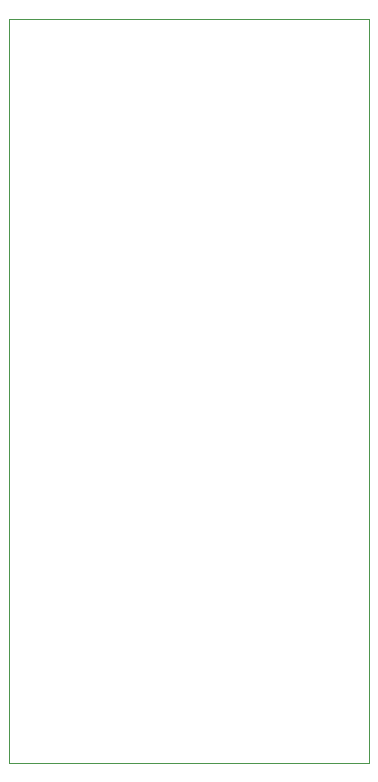
<source format=gbr>
%TF.GenerationSoftware,KiCad,Pcbnew,(5.1.9-16-g1737927814)-1*%
%TF.CreationDate,2021-07-07T14:31:43-05:00*%
%TF.ProjectId,adbuino,61646275-696e-46f2-9e6b-696361645f70,rev?*%
%TF.SameCoordinates,Original*%
%TF.FileFunction,Profile,NP*%
%FSLAX46Y46*%
G04 Gerber Fmt 4.6, Leading zero omitted, Abs format (unit mm)*
G04 Created by KiCad (PCBNEW (5.1.9-16-g1737927814)-1) date 2021-07-07 14:31:43*
%MOMM*%
%LPD*%
G01*
G04 APERTURE LIST*
%TA.AperFunction,Profile*%
%ADD10C,0.050000*%
%TD*%
G04 APERTURE END LIST*
D10*
X153924000Y-99568000D02*
X153924000Y-36576000D01*
X184404000Y-99568000D02*
X184404000Y-36576000D01*
X153924000Y-99568000D02*
X184404000Y-99568000D01*
X184404000Y-36576000D02*
X153924000Y-36576000D01*
M02*

</source>
